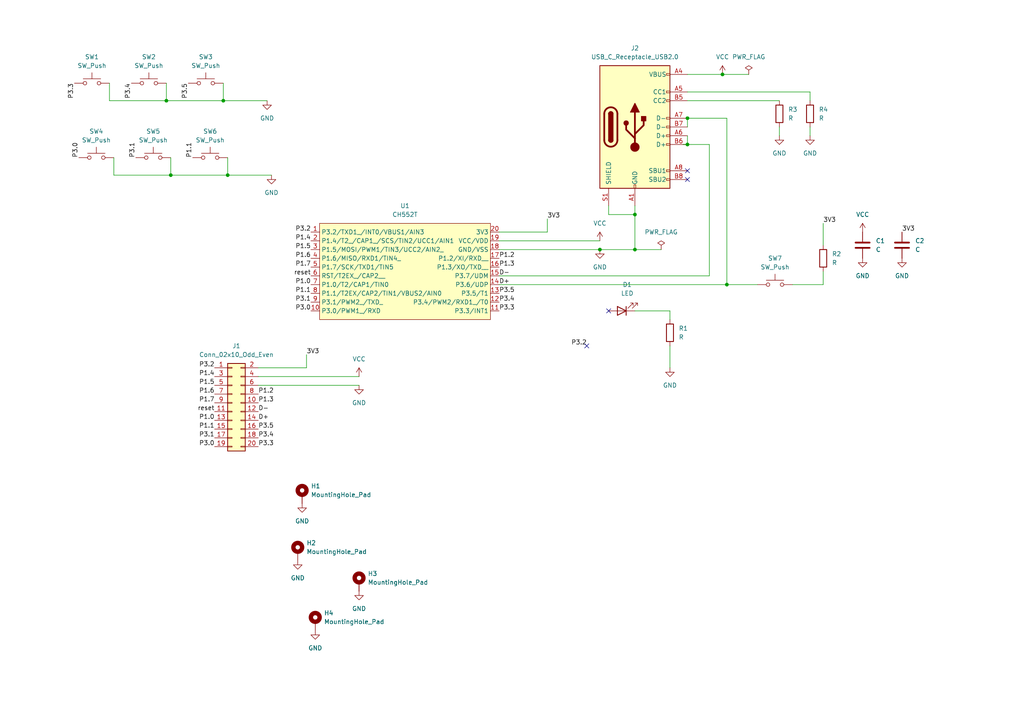
<source format=kicad_sch>
(kicad_sch (version 20230121) (generator eeschema)
  (paper "A4")
  (lib_symbols
    (symbol "Connector:USB_C_Receptacle_USB2.0" (pin_names (offset 1.016))
      (property "Reference" "J" (at -10.16 19.05 0))
      (property "Value" "USB_C_Receptacle_USB2.0" (at 19.05 19.05 0))
      (symbol "USB_C_Receptacle_USB2.0_0_0"
        (rectangle (start -0.254 -17.78) (end 0.254 -16.764))
        (rectangle (start 10.16 -14.986) (end 9.144 -15.494))
        (rectangle (start 10.16 -12.446) (end 9.144 -12.954))
        (rectangle (start 10.16 -4.826) (end 9.144 -5.334))
        (rectangle (start 10.16 -2.286) (end 9.144 -2.794))
        (rectangle (start 10.16 0.254) (end 9.144 -0.254))
        (rectangle (start 10.16 2.794) (end 9.144 2.286))
        (rectangle (start 10.16 7.874) (end 9.144 7.366))
        (rectangle (start 10.16 10.414) (end 9.144 9.906))
        (rectangle (start 10.16 15.494) (end 9.144 14.986))
      )
      (symbol "USB_C_Receptacle_USB2.0_0_1"
        (rectangle (start -10.16 17.78) (end 10.16 -17.78) (stroke (width 0.254)) (fill (type background)))
        (arc (start -8.89 -3.81) (mid -6.985 -5.7067) (end -5.08 -3.81) (stroke (width 0.508)))
        (arc (start -7.62 -3.81) (mid -6.985 -4.4423) (end -6.35 -3.81) (stroke (width 0.254)))
        (arc (start -7.62 -3.81) (mid -6.985 -4.4423) (end -6.35 -3.81) (stroke (width 0.254)) (fill (type outline)))
        (rectangle (start -7.62 -3.81) (end -6.35 3.81) (stroke (width 0.254)) (fill (type outline)))
        (arc (start -6.35 3.81) (mid -6.985 4.4423) (end -7.62 3.81) (stroke (width 0.254)))
        (arc (start -6.35 3.81) (mid -6.985 4.4423) (end -7.62 3.81) (stroke (width 0.254)) (fill (type outline)))
        (arc (start -5.08 3.81) (mid -6.985 5.7067) (end -8.89 3.81) (stroke (width 0.508)))
        (circle (center -2.54 1.143) (radius 0.635) (stroke (width 0.254)) (fill (type outline)))
        (circle (center 0 -5.842) (radius 1.27) (fill (type outline)))
        (polyline (pts (xy -8.89 -3.81) (xy -8.89 3.81)) (stroke (width 0.508)))
        (polyline (pts (xy -5.08 3.81) (xy -5.08 -3.81)) (stroke (width 0.508)))
        (polyline (pts (xy 0 -5.842) (xy 0 4.318)) (stroke (width 0.508)))
        (polyline (pts (xy 0 -3.302) (xy -2.54 -0.762) (xy -2.54 0.508)) (stroke (width 0.508)))
        (polyline (pts (xy 0 -2.032) (xy 2.54 0.508) (xy 2.54 1.778)) (stroke (width 0.508)))
        (polyline (pts (xy -1.27 4.318) (xy 0 6.858) (xy 1.27 4.318) (xy -1.27 4.318)) (stroke (width 0.254)) (fill (type outline)))
        (rectangle (start 1.905 1.778) (end 3.175 3.048) (stroke (width 0.254)) (fill (type outline)))
      )
      (symbol "USB_C_Receptacle_USB2.0_1_1"
        (pin passive line (at 0 -22.86 90) (length 5.08) (name "GND") (number "A1"))
        (pin passive line (at 0 -22.86 90) (length 5.08) hide (name "GND") (number "A12"))
        (pin passive line (at 15.24 15.24 180) (length 5.08) (name "VBUS") (number "A4"))
        (pin bidirectional line (at 15.24 10.16 180) (length 5.08) (name "CC1") (number "A5"))
        (pin bidirectional line (at 15.24 -2.54 180) (length 5.08) (name "D+") (number "A6"))
        (pin bidirectional line (at 15.24 2.54 180) (length 5.08) (name "D-") (number "A7"))
        (pin bidirectional line (at 15.24 -12.7 180) (length 5.08) (name "SBU1") (number "A8"))
        (pin passive line (at 15.24 15.24 180) (length 5.08) hide (name "VBUS") (number "A9"))
        (pin passive line (at 0 -22.86 90) (length 5.08) hide (name "GND") (number "B1"))
        (pin passive line (at 0 -22.86 90) (length 5.08) hide (name "GND") (number "B12"))
        (pin passive line (at 15.24 15.24 180) (length 5.08) hide (name "VBUS") (number "B4"))
        (pin bidirectional line (at 15.24 7.62 180) (length 5.08) (name "CC2") (number "B5"))
        (pin bidirectional line (at 15.24 -5.08 180) (length 5.08) (name "D+") (number "B6"))
        (pin bidirectional line (at 15.24 0 180) (length 5.08) (name "D-") (number "B7"))
        (pin bidirectional line (at 15.24 -15.24 180) (length 5.08) (name "SBU2") (number "B8"))
        (pin passive line (at 15.24 15.24 180) (length 5.08) hide (name "VBUS") (number "B9"))
        (pin passive line (at -7.62 -22.86 90) (length 5.08) (name "SHIELD") (number "S1"))
      )
    )
    (symbol "Connector_Generic:Conn_02x10_Odd_Even" (pin_names (offset 1.016) hide)
      (property "Reference" "J" (at 1.27 12.7 0))
      (property "Value" "Conn_02x10_Odd_Even" (at 1.27 -15.24 0))
      (symbol "Conn_02x10_Odd_Even_1_1"
        (rectangle (start -1.27 -12.573) (end 0 -12.827) (stroke (width 0.1524)))
        (rectangle (start -1.27 -10.033) (end 0 -10.287) (stroke (width 0.1524)))
        (rectangle (start -1.27 -7.493) (end 0 -7.747) (stroke (width 0.1524)))
        (rectangle (start -1.27 -4.953) (end 0 -5.207) (stroke (width 0.1524)))
        (rectangle (start -1.27 -2.413) (end 0 -2.667) (stroke (width 0.1524)))
        (rectangle (start -1.27 0.127) (end 0 -0.127) (stroke (width 0.1524)))
        (rectangle (start -1.27 2.667) (end 0 2.413) (stroke (width 0.1524)))
        (rectangle (start -1.27 5.207) (end 0 4.953) (stroke (width 0.1524)))
        (rectangle (start -1.27 7.747) (end 0 7.493) (stroke (width 0.1524)))
        (rectangle (start -1.27 10.287) (end 0 10.033) (stroke (width 0.1524)))
        (rectangle (start -1.27 11.43) (end 3.81 -13.97) (stroke (width 0.254)) (fill (type background)))
        (rectangle (start 3.81 -12.573) (end 2.54 -12.827) (stroke (width 0.1524)))
        (rectangle (start 3.81 -10.033) (end 2.54 -10.287) (stroke (width 0.1524)))
        (rectangle (start 3.81 -7.493) (end 2.54 -7.747) (stroke (width 0.1524)))
        (rectangle (start 3.81 -4.953) (end 2.54 -5.207) (stroke (width 0.1524)))
        (rectangle (start 3.81 -2.413) (end 2.54 -2.667) (stroke (width 0.1524)))
        (rectangle (start 3.81 0.127) (end 2.54 -0.127) (stroke (width 0.1524)))
        (rectangle (start 3.81 2.667) (end 2.54 2.413) (stroke (width 0.1524)))
        (rectangle (start 3.81 5.207) (end 2.54 4.953) (stroke (width 0.1524)))
        (rectangle (start 3.81 7.747) (end 2.54 7.493) (stroke (width 0.1524)))
        (rectangle (start 3.81 10.287) (end 2.54 10.033) (stroke (width 0.1524)))
        (pin passive line (at -5.08 10.16 0) (length 3.81) (name "Pin_1") (number "1"))
        (pin passive line (at 7.62 0 180) (length 3.81) (name "Pin_10") (number "10"))
        (pin passive line (at -5.08 -2.54 0) (length 3.81) (name "Pin_11") (number "11"))
        (pin passive line (at 7.62 -2.54 180) (length 3.81) (name "Pin_12") (number "12"))
        (pin passive line (at -5.08 -5.08 0) (length 3.81) (name "Pin_13") (number "13"))
        (pin passive line (at 7.62 -5.08 180) (length 3.81) (name "Pin_14") (number "14"))
        (pin passive line (at -5.08 -7.62 0) (length 3.81) (name "Pin_15") (number "15"))
        (pin passive line (at 7.62 -7.62 180) (length 3.81) (name "Pin_16") (number "16"))
        (pin passive line (at -5.08 -10.16 0) (length 3.81) (name "Pin_17") (number "17"))
        (pin passive line (at 7.62 -10.16 180) (length 3.81) (name "Pin_18") (number "18"))
        (pin passive line (at -5.08 -12.7 0) (length 3.81) (name "Pin_19") (number "19"))
        (pin passive line (at 7.62 10.16 180) (length 3.81) (name "Pin_2") (number "2"))
        (pin passive line (at 7.62 -12.7 180) (length 3.81) (name "Pin_20") (number "20"))
        (pin passive line (at -5.08 7.62 0) (length 3.81) (name "Pin_3") (number "3"))
        (pin passive line (at 7.62 7.62 180) (length 3.81) (name "Pin_4") (number "4"))
        (pin passive line (at -5.08 5.08 0) (length 3.81) (name "Pin_5") (number "5"))
        (pin passive line (at 7.62 5.08 180) (length 3.81) (name "Pin_6") (number "6"))
        (pin passive line (at -5.08 2.54 0) (length 3.81) (name "Pin_7") (number "7"))
        (pin passive line (at 7.62 2.54 180) (length 3.81) (name "Pin_8") (number "8"))
        (pin passive line (at -5.08 0 0) (length 3.81) (name "Pin_9") (number "9"))
      )
    )
    (symbol "Device:C" (pin_numbers hide) (pin_names (offset 0.254))
      (property "Reference" "C" (at 0.635 2.54 0))
      (property "Value" "C" (at 0.635 -2.54 0))
      (symbol "C_0_1"
        (polyline (pts (xy -2.032 -0.762) (xy 2.032 -0.762)) (stroke (width 0.508)))
        (polyline (pts (xy -2.032 0.762) (xy 2.032 0.762)) (stroke (width 0.508)))
      )
      (symbol "C_1_1"
        (pin passive line (at 0 3.81 270) (length 2.794) (name "~") (number "1"))
        (pin passive line (at 0 -3.81 90) (length 2.794) (name "~") (number "2"))
      )
    )
    (symbol "Device:LED" (pin_numbers hide) (pin_names (offset 1.016) hide)
      (property "Reference" "D" (at 0 2.54 0))
      (property "Value" "LED" (at 0 -2.54 0))
      (symbol "LED_0_1"
        (polyline (pts (xy -1.27 -1.27) (xy -1.27 1.27)) (stroke (width 0.254)))
        (polyline (pts (xy -1.27 0) (xy 1.27 0)))
        (polyline (pts (xy 1.27 -1.27) (xy 1.27 1.27) (xy -1.27 0) (xy 1.27 -1.27)) (stroke (width 0.254)))
        (polyline (pts (xy -3.048 -0.762) (xy -4.572 -2.286) (xy -3.81 -2.286) (xy -4.572 -2.286) (xy -4.572 -1.524)))
        (polyline (pts (xy -1.778 -0.762) (xy -3.302 -2.286) (xy -2.54 -2.286) (xy -3.302 -2.286) (xy -3.302 -1.524)))
      )
      (symbol "LED_1_1"
        (pin passive line (at -3.81 0 0) (length 2.54) (name "K") (number "1"))
        (pin passive line (at 3.81 0 180) (length 2.54) (name "A") (number "2"))
      )
    )
    (symbol "Device:R" (pin_numbers hide) (pin_names (offset 0))
      (property "Reference" "R" (at 2.032 0 90))
      (property "Value" "R" (at 0 0 90))
      (symbol "R_0_1"
        (rectangle (start -1.016 -2.54) (end 1.016 2.54) (stroke (width 0.254)))
      )
      (symbol "R_1_1"
        (pin passive line (at 0 3.81 270) (length 1.27) (name "~") (number "1"))
        (pin passive line (at 0 -3.81 90) (length 1.27) (name "~") (number "2"))
      )
    )
    (symbol "Mechanical:MountingHole_Pad" (pin_numbers hide) (pin_names (offset 1.016) hide)
      (property "Reference" "H" (at 0 6.35 0))
      (property "Value" "MountingHole_Pad" (at 0 4.445 0))
      (symbol "MountingHole_Pad_0_1"
        (circle (center 0 1.27) (radius 1.27) (stroke (width 1.27)))
      )
      (symbol "MountingHole_Pad_1_1"
        (pin input line (at 0 -2.54 90) (length 2.54) (name "1") (number "1"))
      )
    )
    (symbol "Switch:SW_Push" (pin_numbers hide) (pin_names (offset 1.016) hide)
      (property "Reference" "SW" (at 1.27 2.54 0))
      (property "Value" "SW_Push" (at 0 -1.524 0))
      (symbol "SW_Push_0_1"
        (circle (center -2.032 0) (radius 0.508))
        (polyline (pts (xy 0 1.27) (xy 0 3.048)))
        (polyline (pts (xy 2.54 1.27) (xy -2.54 1.27)))
        (circle (center 2.032 0) (radius 0.508))
        (pin passive line (at -5.08 0 0) (length 2.54) (name "1") (number "1"))
        (pin passive line (at 5.08 0 180) (length 2.54) (name "2") (number "2"))
      )
    )
    (symbol "ch552:CH552T"
      (property "Reference" "U" (at 0 17.78 0))
      (property "Value" "CH552T" (at 0 15.24 0))
      (symbol "CH552T_1_1"
        (rectangle (start -25.4 13.97) (end 24.13 -13.97) (fill (type background)))
        (pin bidirectional line (at -27.94 11.43 0) (length 2.54) (name "P3.2/TXD1_/INT0/VBUS1/AIN3") (number "1"))
        (pin bidirectional line (at -27.94 -11.43 0) (length 2.54) (name "P3.0/PWM1_/RXD") (number "10"))
        (pin bidirectional line (at 26.67 -11.43 180) (length 2.54) (name "P3.3/INT1") (number "11"))
        (pin bidirectional line (at 26.67 -8.89 180) (length 2.54) (name "P3.4/PWM2/RXD1_/T0") (number "12"))
        (pin bidirectional line (at 26.67 -6.35 180) (length 2.54) (name "P3.5/T1") (number "13"))
        (pin bidirectional line (at 26.67 -3.81 180) (length 2.54) (name "P3.6/UDP") (number "14"))
        (pin bidirectional line (at 26.67 -1.27 180) (length 2.54) (name "P3.7/UDM") (number "15"))
        (pin bidirectional line (at 26.67 1.27 180) (length 2.54) (name "P1.3/XO/TXD__") (number "16"))
        (pin bidirectional line (at 26.67 3.81 180) (length 2.54) (name "P1.2/XI/RXD__") (number "17"))
        (pin power_in line (at 26.67 6.35 180) (length 2.54) (name "GND/VSS") (number "18"))
        (pin power_in line (at 26.67 8.89 180) (length 2.54) (name "VCC/VDD") (number "19"))
        (pin bidirectional line (at -27.94 8.89 0) (length 2.54) (name "P1.4/T2_/CAP1_/SCS/TIN2/UCC1/AIN1") (number "2"))
        (pin power_out line (at 26.67 11.43 180) (length 2.54) (name "3V3") (number "20"))
        (pin bidirectional line (at -27.94 6.35 0) (length 2.54) (name "P1.5/MOSI/PWM1/TIN3/UCC2/AIN2_") (number "3"))
        (pin bidirectional line (at -27.94 3.81 0) (length 2.54) (name "P1.6/MISO/RXD1/TIN4_") (number "4"))
        (pin bidirectional line (at -27.94 1.27 0) (length 2.54) (name "P1.7/SCK/TXD1/TIN5") (number "5"))
        (pin bidirectional line (at -27.94 -1.27 0) (length 2.54) (name "RST/T2EX_/CAP2__") (number "6"))
        (pin bidirectional line (at -27.94 -3.81 0) (length 2.54) (name "P1.0/T2/CAP1/TIN0") (number "7"))
        (pin bidirectional line (at -27.94 -6.35 0) (length 2.54) (name "P1.1/T2EX/CAP2/TIN1/VBUS2/AIN0") (number "8"))
        (pin bidirectional line (at -27.94 -8.89 0) (length 2.54) (name "P3.1/PWM2_/TXD_") (number "9"))
      )
    )
    (symbol "power:GND" (power) (pin_names (offset 0))
      (property "Value" "GND" (at 0 -3.81 0))
      (symbol "GND_0_1"
        (polyline (pts (xy 0 0) (xy 0 -1.27) (xy 1.27 -1.27) (xy 0 -2.54) (xy -1.27 -1.27) (xy 0 -1.27)))
      )
      (symbol "GND_1_1"
        (pin power_in line (at 0 0 270) (length 0) hide (name "GND") (number "1"))
      )
    )
    (symbol "power:PWR_FLAG" (power) (pin_numbers hide) (pin_names (offset 0) hide)
      (property "Value" "PWR_FLAG" (at 0 3.81 0))
      (symbol "PWR_FLAG_0_0"
        (pin power_out line (at 0 0 90) (length 0) (name "pwr") (number "1"))
      )
      (symbol "PWR_FLAG_0_1"
        (polyline (pts (xy 0 0) (xy 0 1.27) (xy -1.016 1.905) (xy 0 2.54) (xy 1.016 1.905) (xy 0 1.27)))
      )
    )
    (symbol "power:VCC" (power) (pin_names (offset 0))
      (property "Value" "VCC" (at 0 3.81 0))
      (symbol "VCC_0_1"
        (polyline (pts (xy -0.762 1.27) (xy 0 2.54)))
        (polyline (pts (xy 0 0) (xy 0 2.54)))
        (polyline (pts (xy 0 2.54) (xy 0.762 1.27)))
      )
      (symbol "VCC_1_1"
        (pin power_in line (at 0 0 90) (length 0) hide (name "VCC") (number "1"))
      )
    )
  )
  (junction (at 184.15 72.39))
  (junction (at 184.15 62.23))
  (junction (at 64.77 29.21))
  (junction (at 173.99 72.39))
  (junction (at 209.55 21.59))
  (junction (at 199.39 34.29))
  (junction (at 210.82 82.55))
  (junction (at 48.26 29.21))
  (junction (at 49.53 50.8))
  (junction (at 199.39 41.91))
  (junction (at 66.04 50.8))
  (no_connect (at 170.18 100.33))
  (no_connect (at 199.39 49.53))
  (no_connect (at 199.39 52.07))
  (no_connect (at 176.53 90.17))
  (wire (pts (xy 234.95 29.21) (xy 234.95 26.67)))
  (wire (pts (xy 184.15 90.17) (xy 194.31 90.17)))
  (wire (pts (xy 49.53 50.8) (xy 66.04 50.8)))
  (wire (pts (xy 48.26 29.21) (xy 64.77 29.21)))
  (wire (pts (xy 176.53 62.23) (xy 184.15 62.23)))
  (wire (pts (xy 173.99 72.39) (xy 184.15 72.39)))
  (wire (pts (xy 226.06 36.83) (xy 226.06 39.37)))
  (wire (pts (xy 210.82 82.55) (xy 144.78 82.55)))
  (wire (pts (xy 64.77 24.13) (xy 64.77 29.21)))
  (wire (pts (xy 33.02 45.72) (xy 33.02 50.8)))
  (wire (pts (xy 158.75 67.31) (xy 144.78 67.31)))
  (wire (pts (xy 74.93 111.76) (xy 104.14 111.76)))
  (wire (pts (xy 184.15 72.39) (xy 191.77 72.39)))
  (wire (pts (xy 199.39 34.29) (xy 210.82 34.29)))
  (wire (pts (xy 198.12 41.91) (xy 199.39 41.91)))
  (wire (pts (xy 205.74 80.01) (xy 205.74 41.91)))
  (wire (pts (xy 31.75 24.13) (xy 31.75 29.21)))
  (wire (pts (xy 48.26 24.13) (xy 48.26 29.21)))
  (wire (pts (xy 49.53 45.72) (xy 49.53 50.8)))
  (wire (pts (xy 210.82 82.55) (xy 219.71 82.55)))
  (wire (pts (xy 210.82 34.29) (xy 210.82 82.55)))
  (wire (pts (xy 229.87 82.55) (xy 238.76 82.55)))
  (wire (pts (xy 74.93 109.22) (xy 104.14 109.22)))
  (wire (pts (xy 144.78 80.01) (xy 205.74 80.01)))
  (wire (pts (xy 176.53 59.69) (xy 176.53 62.23)))
  (wire (pts (xy 199.39 34.29) (xy 199.39 36.83)))
  (wire (pts (xy 199.39 21.59) (xy 209.55 21.59)))
  (wire (pts (xy 184.15 62.23) (xy 184.15 72.39)))
  (wire (pts (xy 66.04 50.8) (xy 78.74 50.8)))
  (wire (pts (xy 158.75 63.5) (xy 158.75 67.31)))
  (wire (pts (xy 66.04 45.72) (xy 66.04 50.8)))
  (wire (pts (xy 33.02 50.8) (xy 49.53 50.8)))
  (wire (pts (xy 88.9 102.87) (xy 88.9 106.68)))
  (wire (pts (xy 194.31 90.17) (xy 194.31 92.71)))
  (wire (pts (xy 64.77 29.21) (xy 77.47 29.21)))
  (wire (pts (xy 88.9 106.68) (xy 74.93 106.68)))
  (wire (pts (xy 199.39 41.91) (xy 205.74 41.91)))
  (wire (pts (xy 199.39 39.37) (xy 199.39 41.91)))
  (wire (pts (xy 144.78 72.39) (xy 173.99 72.39)))
  (wire (pts (xy 209.55 21.59) (xy 217.17 21.59)))
  (wire (pts (xy 238.76 78.74) (xy 238.76 82.55)))
  (wire (pts (xy 234.95 36.83) (xy 234.95 39.37)))
  (wire (pts (xy 234.95 26.67) (xy 199.39 26.67)))
  (wire (pts (xy 184.15 59.69) (xy 184.15 62.23)))
  (wire (pts (xy 194.31 100.33) (xy 194.31 106.68)))
  (wire (pts (xy 238.76 64.77) (xy 238.76 71.12)))
  (wire (pts (xy 31.75 29.21) (xy 48.26 29.21)))
  (wire (pts (xy 144.78 69.85) (xy 173.99 69.85)))
  (wire (pts (xy 199.39 29.21) (xy 226.06 29.21)))
  (label "D-" (at 74.93 119.38 0))
  (label "P1.6" (at 90.17 74.93 180))
  (label "3V3" (at 261.62 67.31 0))
  (label "P1.6" (at 62.23 114.3 180))
  (label "P1.1" (at 55.88 45.72 90))
  (label "P3.5" (at 74.93 124.46 0))
  (label "P3.1" (at 62.23 127 180))
  (label "D-" (at 144.78 80.01 0))
  (label "P3.0" (at 62.23 129.54 180))
  (label "P1.4" (at 90.17 69.85 180))
  (label "P3.5" (at 144.78 85.09 0))
  (label "reset" (at 62.23 119.38 180))
  (label "P1.0" (at 62.23 121.92 180))
  (label "P3.2" (at 62.23 106.68 180))
  (label "P1.2" (at 74.93 114.3 0))
  (label "P3.5" (at 54.61 24.13 270))
  (label "P3.0" (at 90.17 90.17 180))
  (label "P1.3" (at 74.93 116.84 0))
  (label "P3.4" (at 144.78 87.63 0))
  (label "D+" (at 74.93 121.92 0))
  (label "P3.4" (at 74.93 127 0))
  (label "P3.3" (at 21.59 24.13 270))
  (label "P3.3" (at 74.93 129.54 0))
  (label "P3.1" (at 39.37 45.72 90))
  (label "P1.5" (at 90.17 72.39 180))
  (label "3V3" (at 238.76 64.77 0))
  (label "P1.4" (at 62.23 109.22 180))
  (label "P1.1" (at 62.23 124.46 180))
  (label "P3.4" (at 38.1 24.13 270))
  (label "D+" (at 144.78 82.55 0))
  (label "P3.1" (at 90.17 87.63 180))
  (label "P1.5" (at 62.23 111.76 180))
  (label "P1.7" (at 62.23 116.84 180))
  (label "P1.2" (at 144.78 74.93 0))
  (label "3V3" (at 88.9 102.87 0))
  (label "P1.1" (at 90.17 85.09 180))
  (label "P3.2" (at 170.18 100.33 180))
  (label "P1.3" (at 144.78 77.47 0))
  (label "P1.7" (at 90.17 77.47 180))
  (label "P1.0" (at 90.17 82.55 180))
  (label "P3.2" (at 90.17 67.31 180))
  (label "3V3" (at 158.75 63.5 0))
  (label "reset" (at 90.17 80.01 180))
  (label "P3.3" (at 144.78 90.17 0))
  (label "P3.0" (at 22.86 45.72 90))
  (symbol (lib_id "power:GND") (at 91.44 182.88 0) (unit 1)
    (property "Reference" "#PWR015" (effects hide))
    (property "Value" "GND" (at 91.44 187.96 0))
  )
  (symbol (lib_id "power:VCC") (at 209.55 21.59 0) (unit 1)
    (property "Reference" "#PWR08" (effects hide))
    (property "Value" "VCC" (at 209.55 16.51 0))
  )
  (symbol (lib_id "Switch:SW_Push") (at 26.67 24.13 0) (unit 1)
    (property "Reference" "SW1" (at 26.67 16.51 0))
    (property "Value" "SW_Push" (at 26.67 19.05 0))
    (property "Footprint" "Button_Switch_Keyboard:SW_Cherry_MX_1.00u_PCB" (effects hide))
  )
  (symbol (lib_id "power:VCC") (at 104.14 109.22 0) (unit 1)
    (property "Reference" "#PWR01" (effects hide))
    (property "Value" "VCC" (at 104.14 104.14 0))
  )
  (symbol (lib_id "Mechanical:MountingHole_Pad") (at 104.14 168.91 0) (unit 1)
    (property "Reference" "H3" (at 106.68 166.37 0) (effects (justify left)))
    (property "Value" "MountingHole_Pad" (at 106.68 168.91 0) (effects (justify left)))
    (property "Footprint" "MountingHole:MountingHole_3.2mm_M3_Pad_Via" (effects hide))
  )
  (symbol (lib_id "power:PWR_FLAG") (at 217.17 21.59 0) (unit 1)
    (property "Reference" "#FLG01" (effects hide))
    (property "Value" "PWR_FLAG" (at 217.17 16.51 0))
  )
  (symbol (lib_id "ch552:CH552T") (at 118.11 78.74 0) (unit 1)
    (property "Reference" "U1" (at 117.475 59.69 0))
    (property "Value" "CH552T" (at 117.475 62.23 0))
    (property "Footprint" "Package_SO:TSSOP-20_4.4x6.5mm_P0.65mm" (effects hide))
    (property "Datasheet" "https://akizukidenshi.com/download/ds/wch/CH552.pdf" (effects hide))
  )
  (symbol (lib_id "Switch:SW_Push") (at 44.45 45.72 0) (unit 1)
    (property "Reference" "SW5" (at 44.45 38.1 0))
    (property "Value" "SW_Push" (at 44.45 40.64 0))
    (property "Footprint" "Button_Switch_Keyboard:SW_Cherry_MX_1.00u_PCB" (effects hide))
  )
  (symbol (lib_id "Mechanical:MountingHole_Pad") (at 87.63 143.51 0) (unit 1)
    (property "Reference" "H1" (at 90.17 140.97 0) (effects (justify left)))
    (property "Value" "MountingHole_Pad" (at 90.17 143.51 0) (effects (justify left)))
    (property "Footprint" "MountingHole:MountingHole_3.2mm_M3_Pad_Via" (effects hide))
  )
  (symbol (lib_id "Device:R") (at 194.31 96.52 0) (unit 1)
    (property "Reference" "R1" (at 196.85 95.25 0) (effects (justify left)))
    (property "Value" "R" (at 196.85 97.79 0) (effects (justify left)))
    (property "Footprint" "Library:R_SMD_0603_1608_THT_DIN0207_DualUse" (effects hide))
  )
  (symbol (lib_id "power:GND") (at 77.47 29.21 0) (unit 1)
    (property "Reference" "#PWR012" (effects hide))
    (property "Value" "GND" (at 77.47 34.29 0))
  )
  (symbol (lib_id "Device:C") (at 261.62 71.12 0) (unit 1)
    (property "Reference" "C2" (at 265.43 69.85 0) (effects (justify left)))
    (property "Value" "C" (at 265.43 72.39 0) (effects (justify left)))
    (property "Footprint" "Library:C_SMD_0603_1608_Disc_DualUse" (effects hide))
  )
  (symbol (lib_id "power:GND") (at 78.74 50.8 0) (unit 1)
    (property "Reference" "#PWR014" (effects hide))
    (property "Value" "GND" (at 78.74 55.88 0))
  )
  (symbol (lib_id "Switch:SW_Push") (at 224.79 82.55 0) (unit 1)
    (property "Reference" "SW7" (at 224.79 74.93 0))
    (property "Value" "SW_Push" (at 224.79 77.47 0))
    (property "Footprint" "Library:SW_SPST_TVAF06_A020B_R" (effects hide))
  )
  (symbol (lib_id "power:GND") (at 87.63 146.05 0) (unit 1)
    (property "Reference" "#PWR03" (effects hide))
    (property "Value" "GND" (at 87.63 151.13 0))
  )
  (symbol (lib_id "power:GND") (at 86.36 162.56 0) (unit 1)
    (property "Reference" "#PWR04" (effects hide))
    (property "Value" "GND" (at 86.36 167.64 0))
  )
  (symbol (lib_id "power:VCC") (at 250.19 67.31 0) (unit 1)
    (property "Reference" "#PWR09" (effects hide))
    (property "Value" "VCC" (at 250.19 62.23 0))
  )
  (symbol (lib_id "Mechanical:MountingHole_Pad") (at 86.36 160.02 0) (unit 1)
    (property "Reference" "H2" (at 88.9 157.48 0) (effects (justify left)))
    (property "Value" "MountingHole_Pad" (at 88.9 160.02 0) (effects (justify left)))
    (property "Footprint" "MountingHole:MountingHole_3.2mm_M3_Pad_Via" (effects hide))
  )
  (symbol (lib_id "power:PWR_FLAG") (at 191.77 72.39 0) (unit 1)
    (property "Reference" "#FLG02" (effects hide))
    (property "Value" "PWR_FLAG" (at 191.77 67.31 0))
  )
  (symbol (lib_id "power:GND") (at 226.06 39.37 0) (unit 1)
    (property "Reference" "#PWR016" (effects hide))
    (property "Value" "GND" (at 226.06 44.45 0))
  )
  (symbol (lib_id "power:VCC") (at 173.99 69.85 0) (unit 1)
    (property "Reference" "#PWR05" (effects hide))
    (property "Value" "VCC" (at 173.99 64.77 0))
  )
  (symbol (lib_id "Connector_Generic:Conn_02x10_Odd_Even") (at 67.31 116.84 0) (unit 1)
    (property "Reference" "J1" (at 68.58 100.33 0))
    (property "Value" "Conn_02x10_Odd_Even" (at 68.58 102.87 0))
    (property "Footprint" "Connector_PinHeader_2.54mm:PinHeader_2x10_P2.54mm_Vertical" (effects hide))
  )
  (symbol (lib_id "power:GND") (at 104.14 171.45 0) (unit 1)
    (property "Reference" "#PWR013" (effects hide))
    (property "Value" "GND" (at 104.14 176.53 0))
  )
  (symbol (lib_id "Mechanical:MountingHole_Pad") (at 91.44 180.34 0) (unit 1)
    (property "Reference" "H4" (at 93.98 177.8 0) (effects (justify left)))
    (property "Value" "MountingHole_Pad" (at 93.98 180.34 0) (effects (justify left)))
    (property "Footprint" "MountingHole:MountingHole_3.2mm_M3_Pad_Via" (effects hide))
  )
  (symbol (lib_id "power:GND") (at 250.19 74.93 0) (unit 1)
    (property "Reference" "#PWR010" (effects hide))
    (property "Value" "GND" (at 250.19 80.01 0))
  )
  (symbol (lib_id "Device:R") (at 234.95 33.02 0) (unit 1)
    (property "Reference" "R4" (at 237.49 31.75 0) (effects (justify left)))
    (property "Value" "R" (at 237.49 34.29 0) (effects (justify left)))
    (property "Footprint" "Library:R_SMD_0603_1608_THT_DIN0207_DualUse" (effects hide))
  )
  (symbol (lib_id "Switch:SW_Push") (at 59.69 24.13 0) (unit 1)
    (property "Reference" "SW3" (at 59.69 16.51 0))
    (property "Value" "SW_Push" (at 59.69 19.05 0))
    (property "Footprint" "Button_Switch_Keyboard:SW_Cherry_MX_1.00u_PCB" (effects hide))
  )
  (symbol (lib_id "Device:LED") (at 180.34 90.17 180) (unit 1)
    (property "Reference" "D1" (at 181.9275 82.55 0))
    (property "Value" "LED" (at 181.9275 85.09 0))
    (property "Footprint" "LED_THT:LED_D3.0mm" (effects hide))
  )
  (symbol (lib_id "Switch:SW_Push") (at 27.94 45.72 0) (unit 1)
    (property "Reference" "SW4" (at 27.94 38.1 0))
    (property "Value" "SW_Push" (at 27.94 40.64 0))
    (property "Footprint" "Button_Switch_Keyboard:SW_Cherry_MX_1.00u_PCB" (effects hide))
  )
  (symbol (lib_id "Device:R") (at 238.76 74.93 0) (unit 1)
    (property "Reference" "R2" (at 241.3 73.66 0) (effects (justify left)))
    (property "Value" "R" (at 241.3 76.2 0) (effects (justify left)))
    (property "Footprint" "Library:R_SMD_0603_1608_THT_DIN0207_DualUse" (effects hide))
  )
  (symbol (lib_id "Connector:USB_C_Receptacle_USB2.0") (at 184.15 36.83 0) (unit 1)
    (property "Reference" "J2" (at 184.15 13.97 0))
    (property "Value" "USB_C_Receptacle_USB2.0" (at 184.15 16.51 0))
    (property "Footprint" "Connector_USB:USB_C_Receptacle_GCT_USB4105-xx-A_16P_TopMnt_Horizontal" (effects hide))
    (property "Datasheet" "https://www.usb.org/sites/default/files/documents/usb_type-c.zip" (effects hide))
  )
  (symbol (lib_id "power:GND") (at 261.62 74.93 0) (unit 1)
    (property "Reference" "#PWR011" (effects hide))
    (property "Value" "GND" (at 261.62 80.01 0))
  )
  (symbol (lib_id "power:GND") (at 104.14 111.76 0) (unit 1)
    (property "Reference" "#PWR02" (effects hide))
    (property "Value" "GND" (at 104.14 116.84 0))
  )
  (symbol (lib_id "Device:R") (at 226.06 33.02 0) (unit 1)
    (property "Reference" "R3" (at 228.6 31.75 0) (effects (justify left)))
    (property "Value" "R" (at 228.6 34.29 0) (effects (justify left)))
    (property "Footprint" "Library:R_SMD_0603_1608_THT_DIN0207_DualUse" (effects hide))
  )
  (symbol (lib_id "Switch:SW_Push") (at 43.18 24.13 0) (unit 1)
    (property "Reference" "SW2" (at 43.18 16.51 0))
    (property "Value" "SW_Push" (at 43.18 19.05 0))
    (property "Footprint" "Button_Switch_Keyboard:SW_Cherry_MX_1.00u_PCB" (effects hide))
  )
  (symbol (lib_id "power:GND") (at 234.95 39.37 0) (unit 1)
    (property "Reference" "#PWR017" (effects hide))
    (property "Value" "GND" (at 234.95 44.45 0))
  )
  (symbol (lib_id "Device:C") (at 250.19 71.12 0) (unit 1)
    (property "Reference" "C1" (at 254 69.85 0) (effects (justify left)))
    (property "Value" "C" (at 254 72.39 0) (effects (justify left)))
    (property "Footprint" "Library:C_SMD_0603_1608_Disc_DualUse" (effects hide))
  )
  (symbol (lib_id "power:GND") (at 194.31 106.68 0) (unit 1)
    (property "Reference" "#PWR07" (effects hide))
    (property "Value" "GND" (at 194.31 111.76 0))
  )
  (symbol (lib_id "Switch:SW_Push") (at 60.96 45.72 0) (unit 1)
    (property "Reference" "SW6" (at 60.96 38.1 0))
    (property "Value" "SW_Push" (at 60.96 40.64 0))
    (property "Footprint" "Button_Switch_Keyboard:SW_Cherry_MX_1.00u_PCB" (effects hide))
  )
  (symbol (lib_id "power:GND") (at 173.99 72.39 0) (unit 1)
    (property "Reference" "#PWR06" (effects hide))
    (property "Value" "GND" (at 173.99 77.47 0))
  )
)
</source>
